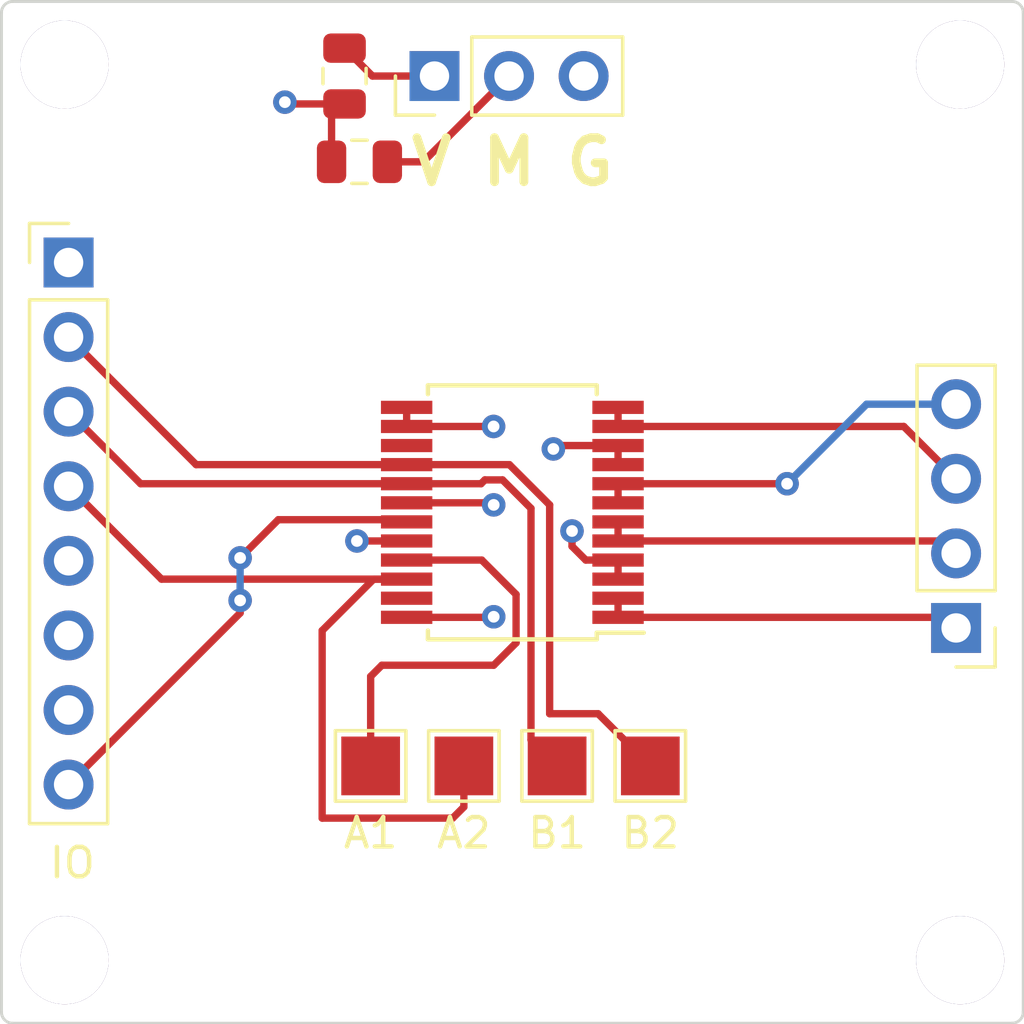
<source format=kicad_pcb>
(kicad_pcb (version 20211014) (generator pcbnew)
  (layers (0 "F.Cu" signal) (1 "In1.Cu" power) (2 "In2.Cu" power) (31 "B.Cu" signal) (34 "B.Paste" user) (35 "F.Paste" user) (36 "B.SilkS" user "B.Silkscreen") (37 "F.SilkS" user "F.Silkscreen") (38 "B.Mask" user) (39 "F.Mask" user) (44 "Edge.Cuts" user))
  (net 0 "")
  (net 1 "VCC")
  (net 2 "GND")
  (net 3 "VDD")
  (net 5 "Net-(J1-Pad2)")
  (net 6 "Net-(J1-Pad3)")
  (net 7 "Net-(J1-Pad4)")
  (net 8 "Net-(J1-Pad5)")
  (net 9 "Net-(J1-Pad6)")
  (net 10 "Net-(J1-Pad7)")
  (net 11 "Net-(J1-Pad8)")
  (net 12 "Net-(U1-Pad1)")
  (net 13 "Net-(U1-Pad5)")
  (net 14 "Net-(U1-Pad11)")
  (net 15 "Net-(U1-Pad7)")
  (net 16 "Net-(U1-Pad21)")
  (net 17 "Net-(U1-Pad15)")
  (net 18 "Net-(U1-Pad23)")
  (footprint "TestPoint:TestPoint_Pad_2.0x2.0mm" (layer "F.Cu") (at 177.673 104.648)
    (fp_text reference "TP1" hide)
    (fp_text value "A1" (at 0 2.286) (layer "F.SilkS"))
    (fp_line (start -1.2 1.2) (end -1.2 -1.2) (layer "F.SilkS") (width 0.12))
    (fp_line (start -1.2 -1.2) (end 1.2 -1.2) (layer "F.SilkS") (width 0.12))
    (fp_line (start 1.2 1.2) (end -1.2 1.2) (layer "F.SilkS") (width 0.12))
    (fp_line (start 1.2 -1.2) (end 1.2 1.2) (layer "F.SilkS") (width 0.12))
    (pad "1" smd rect (at 0 0) (size 2 2) (layers "F.Cu" "F.Mask") (net 16 "Net-(U1-Pad21)"))
  )
  (footprint "Capacitor_SMD:C_0805_2012Metric" (layer "F.Cu") (at 176.784 81.153 -90)
    (fp_text reference "C1" hide)
    (fp_text value "10uF")
    (fp_line (start -0.261252 0.735) (end 0.261252 0.735) (layer "F.SilkS") (width 0.12))
    (fp_line (start -0.261252 -0.735) (end 0.261252 -0.735) (layer "F.SilkS") (width 0.12))
    (pad "1" smd roundrect (at -0.95 0 270) (size 1 1.45) (layers "F.Cu" "F.Paste" "F.Mask") (net 1 "VCC"))
    (pad "2" smd roundrect (at 0.95 0 270) (size 1 1.45) (layers "F.Cu" "F.Paste" "F.Mask") (net 2 "GND"))
  )
  (footprint "TestPoint:TestPoint_Pad_2.0x2.0mm" (layer "F.Cu") (at 180.848 104.648)
    (fp_text reference "TP2" hide)
    (fp_text value "A2" (at 0 2.286) (layer "F.SilkS"))
    (fp_line (start 1.2 1.2) (end -1.2 1.2) (layer "F.SilkS") (width 0.12))
    (fp_line (start 1.2 -1.2) (end 1.2 1.2) (layer "F.SilkS") (width 0.12))
    (fp_line (start -1.2 1.2) (end -1.2 -1.2) (layer "F.SilkS") (width 0.12))
    (fp_line (start -1.2 -1.2) (end 1.2 -1.2) (layer "F.SilkS") (width 0.12))
    (pad "1" smd rect (at 0 0) (size 2 2) (layers "F.Cu" "F.Mask") (net 7 "Net-(J1-Pad4)"))
  )
  (footprint "TestPoint:TestPoint_Pad_2.0x2.0mm" (layer "F.Cu") (at 187.198 104.648)
    (fp_text reference "TP4" hide)
    (fp_text value "B2" (at 0 2.286) (layer "F.SilkS"))
    (fp_line (start 1.2 1.2) (end -1.2 1.2) (layer "F.SilkS") (width 0.12))
    (fp_line (start 1.2 -1.2) (end 1.2 1.2) (layer "F.SilkS") (width 0.12))
    (fp_line (start -1.2 -1.2) (end 1.2 -1.2) (layer "F.SilkS") (width 0.12))
    (fp_line (start -1.2 1.2) (end -1.2 -1.2) (layer "F.SilkS") (width 0.12))
    (pad "1" smd rect (at 0 0) (size 2 2) (layers "F.Cu" "F.Mask") (net 5 "Net-(J1-Pad2)"))
  )
  (footprint "drone:mounting_holes_30.5mm" (layer "F.Cu") (at 182.499 96.012)
    (fp_text reference "REF**" hide)
    (fp_text value "mounting_holes_30.5mm" hide)
    (pad "1" thru_hole circle (at -15.25 -15.25) (size 3 3) (drill 3) (layers *.Cu *.Mask))
    (pad "2" thru_hole circle (at 15.25 -15.25) (size 3 3) (drill 3) (layers *.Cu *.Mask))
    (pad "3" thru_hole circle (at -15.25 15.25) (size 3 3) (drill 3) (layers *.Cu *.Mask))
    (pad "4" thru_hole circle (at 15.25 15.25) (size 3 3) (drill 3) (layers *.Cu *.Mask))
  )
  (footprint "Connector_PinHeader_2.54mm:PinHeader_1x04_P2.54mm_Vertical" (layer "F.Cu") (at 197.612 99.949 180)
    (fp_text reference "J3" hide)
    (fp_text value "Conn_01x04" hide)
    (fp_line (start 1.33 1.27) (end 1.33 8.95) (layer "F.SilkS") (width 0.12))
    (fp_line (start -1.33 1.27) (end 1.33 1.27) (layer "F.SilkS") (width 0.12))
    (fp_line (start -1.33 1.27) (end -1.33 8.95) (layer "F.SilkS") (width 0.12))
    (fp_line (start -1.33 8.95) (end 1.33 8.95) (layer "F.SilkS") (width 0.12))
    (fp_line (start -1.33 -1.33) (end 0 -1.33) (layer "F.SilkS") (width 0.12))
    (fp_line (start -1.33 0) (end -1.33 -1.33) (layer "F.SilkS") (width 0.12))
    (pad "1" thru_hole rect (at 0 0 180) (size 1.7 1.7) (drill 1) (layers *.Cu *.Mask) (net 12 "Net-(U1-Pad1)"))
    (pad "2" thru_hole oval (at 0 2.54 180) (size 1.7 1.7) (drill 1) (layers *.Cu *.Mask) (net 13 "Net-(U1-Pad5)"))
    (pad "3" thru_hole oval (at 0 5.08 180) (size 1.7 1.7) (drill 1) (layers *.Cu *.Mask) (net 14 "Net-(U1-Pad11)"))
    (pad "4" thru_hole oval (at 0 7.62 180) (size 1.7 1.7) (drill 1) (layers *.Cu *.Mask) (net 15 "Net-(U1-Pad7)"))
  )
  (footprint "Capacitor_SMD:C_0805_2012Metric" (layer "F.Cu") (at 177.292 84.074 180)
    (fp_text reference "C2" hide)
    (fp_text value "10uF")
    (fp_line (start -0.261252 -0.735) (end 0.261252 -0.735) (layer "F.SilkS") (width 0.12))
    (fp_line (start -0.261252 0.735) (end 0.261252 0.735) (layer "F.SilkS") (width 0.12))
    (pad "1" smd roundrect (at -0.95 0 180) (size 1 1.45) (layers "F.Cu" "F.Paste" "F.Mask") (net 3 "VDD"))
    (pad "2" smd roundrect (at 0.95 0 180) (size 1 1.45) (layers "F.Cu" "F.Paste" "F.Mask") (net 2 "GND"))
  )
  (footprint "Connector_PinHeader_2.54mm:PinHeader_1x03_P2.54mm_Vertical" (layer "F.Cu") (at 179.846999 81.153 90)
    (fp_text reference "J2" hide)
    (fp_text value "PWR" hide)
    (fp_line (start -1.33 -1.33) (end 0 -1.33) (layer "F.SilkS") (width 0.12))
    (fp_line (start 1.33 1.27) (end 1.33 6.41) (layer "F.SilkS") (width 0.12))
    (fp_line (start -1.33 6.41) (end 1.33 6.41) (layer "F.SilkS") (width 0.12))
    (fp_line (start -1.33 1.27) (end -1.33 6.41) (layer "F.SilkS") (width 0.12))
    (fp_line (start -1.33 1.27) (end 1.33 1.27) (layer "F.SilkS") (width 0.12))
    (fp_line (start -1.33 0) (end -1.33 -1.33) (layer "F.SilkS") (width 0.12))
    (pad "1" thru_hole rect (at 0 0 90) (size 1.7 1.7) (drill 1) (layers *.Cu *.Mask) (net 1 "VCC"))
    (pad "2" thru_hole oval (at 0 2.54 90) (size 1.7 1.7) (drill 1) (layers *.Cu *.Mask) (net 3 "VDD"))
    (pad "3" thru_hole oval (at 0 5.08 90) (size 1.7 1.7) (drill 1) (layers *.Cu *.Mask) (net 2 "GND"))
  )
  (footprint "Package_SO:SSOP-24_5.3x8.2mm_P0.65mm" (layer "F.Cu") (at 182.499 96.012 180)
    (fp_text reference "U1" hide)
    (fp_text value "TB6612FNG")
    (fp_line (start -2.875 -4.325) (end -2.875 -4.1) (layer "F.SilkS") (width 0.15))
    (fp_line (start 2.875 4.325) (end 2.875 4.025) (layer "F.SilkS") (width 0.15))
    (fp_line (start -2.875 4.325) (end 2.875 4.325) (layer "F.SilkS") (width 0.15))
    (fp_line (start -2.875 -4.1) (end -4.475 -4.1) (layer "F.SilkS") (width 0.15))
    (fp_line (start 2.875 -4.325) (end 2.875 -4.025) (layer "F.SilkS") (width 0.15))
    (fp_line (start -2.875 -4.325) (end 2.875 -4.325) (layer "F.SilkS") (width 0.15))
    (fp_line (start -2.875 4.325) (end -2.875 4.025) (layer "F.SilkS") (width 0.15))
    (pad "1" smd rect (at -3.6 -3.575 180) (size 1.75 0.45) (layers "F.Cu" "F.Paste" "F.Mask") (net 12 "Net-(U1-Pad1)"))
    (pad "2" smd rect (at -3.6 -2.925 180) (size 1.75 0.45) (layers "F.Cu" "F.Paste" "F.Mask") (net 12 "Net-(U1-Pad1)"))
    (pad "3" smd rect (at -3.6 -2.275 180) (size 1.75 0.45) (layers "F.Cu" "F.Paste" "F.Mask") (net 2 "GND"))
    (pad "4" smd rect (at -3.6 -1.625 180) (size 1.75 0.45) (layers "F.Cu" "F.Paste" "F.Mask") (net 2 "GND"))
    (pad "5" smd rect (at -3.6 -0.975 180) (size 1.75 0.45) (layers "F.Cu" "F.Paste" "F.Mask") (net 13 "Net-(U1-Pad5)"))
    (pad "6" smd rect (at -3.6 -0.325 180) (size 1.75 0.45) (layers "F.Cu" "F.Paste" "F.Mask") (net 13 "Net-(U1-Pad5)"))
    (pad "7" smd rect (at -3.6 0.325 180) (size 1.75 0.45) (layers "F.Cu" "F.Paste" "F.Mask") (net 15 "Net-(U1-Pad7)"))
    (pad "8" smd rect (at -3.6 0.975 180) (size 1.75 0.45) (layers "F.Cu" "F.Paste" "F.Mask") (net 15 "Net-(U1-Pad7)"))
    (pad "9" smd rect (at -3.6 1.625 180) (size 1.75 0.45) (layers "F.Cu" "F.Paste" "F.Mask") (net 2 "GND"))
    (pad "10" smd rect (at -3.6 2.275 180) (size 1.75 0.45) (layers "F.Cu" "F.Paste" "F.Mask") (net 2 "GND"))
    (pad "11" smd rect (at -3.6 2.925 180) (size 1.75 0.45) (layers "F.Cu" "F.Paste" "F.Mask") (net 14 "Net-(U1-Pad11)"))
    (pad "12" smd rect (at -3.6 3.575 180) (size 1.75 0.45) (layers "F.Cu" "F.Paste" "F.Mask") (net 14 "Net-(U1-Pad11)"))
    (pad "13" smd rect (at 3.6 3.575 180) (size 1.75 0.45) (layers "F.Cu" "F.Paste" "F.Mask") (net 3 "VDD"))
    (pad "14" smd rect (at 3.6 2.925 180) (size 1.75 0.45) (layers "F.Cu" "F.Paste" "F.Mask") (net 3 "VDD"))
    (pad "15" smd rect (at 3.6 2.275 180) (size 1.75 0.45) (layers "F.Cu" "F.Paste" "F.Mask") (net 17 "Net-(U1-Pad15)"))
    (pad "16" smd rect (at 3.6 1.625 180) (size 1.75 0.45) (layers "F.Cu" "F.Paste" "F.Mask") (net 5 "Net-(J1-Pad2)"))
    (pad "17" smd rect (at 3.6 0.975 180) (size 1.75 0.45) (layers "F.Cu" "F.Paste" "F.Mask") (net 6 "Net-(J1-Pad3)"))
    (pad "18" smd rect (at 3.6 0.325 180) (size 1.75 0.45) (layers "F.Cu" "F.Paste" "F.Mask") (net 2 "GND"))
    (pad "19" smd rect (at 3.6 -0.325 180) (size 1.75 0.45) (layers "F.Cu" "F.Paste" "F.Mask") (net 11 "Net-(J1-Pad8)"))
    (pad "20" smd rect (at 3.6 -0.975 180) (size 1.75 0.45) (layers "F.Cu" "F.Paste" "F.Mask") (net 1 "VCC"))
    (pad "21" smd rect (at 3.6 -1.625 180) (size 1.75 0.45) (layers "F.Cu" "F.Paste" "F.Mask") (net 16 "Net-(U1-Pad21)"))
    (pad "22" smd rect (at 3.6 -2.275 180) (size 1.75 0.45) (layers "F.Cu" "F.Paste" "F.Mask") (net 7 "Net-(J1-Pad4)"))
    (pad "23" smd rect (at 3.6 -2.925 180) (size 1.75 0.45) (layers "F.Cu" "F.Paste" "F.Mask") (net 18 "Net-(U1-Pad23)"))
    (pad "24" smd rect (at 3.6 -3.575 180) (size 1.75 0.45) (layers "F.Cu" "F.Paste" "F.Mask") (net 3 "VDD"))
  )
  (footprint "TestPoint:TestPoint_Pad_2.0x2.0mm" (layer "F.Cu") (at 184.023 104.648)
    (fp_text reference "TP3" hide)
    (fp_text value "B1" (at 0 2.286) (layer "F.SilkS"))
    (fp_line (start -1.2 1.2) (end -1.2 -1.2) (layer "F.SilkS") (width 0.12))
    (fp_line (start 1.2 -1.2) (end 1.2 1.2) (layer "F.SilkS") (width 0.12))
    (fp_line (start 1.2 1.2) (end -1.2 1.2) (layer "F.SilkS") (width 0.12))
    (fp_line (start -1.2 -1.2) (end 1.2 -1.2) (layer "F.SilkS") (width 0.12))
    (pad "1" smd rect (at 0 0) (size 2 2) (layers "F.Cu" "F.Mask") (net 6 "Net-(J1-Pad3)"))
  )
  (footprint "Connector_PinHeader_2.54mm:PinHeader_1x08_P2.54mm_Vertical" (layer "F.Cu") (at 167.386 87.503)
    (fp_text reference "IO" hide)
    (fp_text value "IO")
    (fp_text user "${REFERENCE}" (at 0.127 20.447) (layer "F.SilkS"))
    (fp_line (start -1.33 1.27) (end -1.33 19.11) (layer "F.SilkS") (width 0.12))
    (fp_line (start -1.33 0) (end -1.33 -1.33) (layer "F.SilkS") (width 0.12))
    (fp_line (start 1.33 1.27) (end 1.33 19.11) (layer "F.SilkS") (width 0.12))
    (fp_line (start -1.33 19.11) (end 1.33 19.11) (layer "F.SilkS") (width 0.12))
    (fp_line (start -1.33 -1.33) (end 0 -1.33) (layer "F.SilkS") (width 0.12))
    (fp_line (start -1.33 1.27) (end 1.33 1.27) (layer "F.SilkS") (width 0.12))
    (pad "1" thru_hole rect (at 0 0) (size 1.7 1.7) (drill 1) (layers *.Cu *.Mask))
    (pad "2" thru_hole oval (at 0 2.54) (size 1.7 1.7) (drill 1) (layers *.Cu *.Mask) (net 5 "Net-(J1-Pad2)"))
    (pad "3" thru_hole oval (at 0 5.08) (size 1.7 1.7) (drill 1) (layers *.Cu *.Mask) (net 6 "Net-(J1-Pad3)"))
    (pad "4" thru_hole oval (at 0 7.62) (size 1.7 1.7) (drill 1) (layers *.Cu *.Mask) (net 7 "Net-(J1-Pad4)"))
    (pad "5" thru_hole oval (at 0 10.16) (size 1.7 1.7) (drill 1) (layers *.Cu *.Mask) (net 8 "Net-(J1-Pad5)"))
    (pad "6" thru_hole oval (at 0 12.7) (size 1.7 1.7) (drill 1) (layers *.Cu *.Mask) (net 9 "Net-(J1-Pad6)"))
    (pad "7" thru_hole oval (at 0 15.24) (size 1.7 1.7) (drill 1) (layers *.Cu *.Mask) (net 10 "Net-(J1-Pad7)"))
    (pad "8" thru_hole oval (at 0 17.78) (size 1.7 1.7) (drill 1) (layers *.Cu *.Mask) (net 11 "Net-(J1-Pad8)"))
  )
  (gr_arc (start 199.517 78.613) (mid 199.786408 78.724592) (end 199.898 78.994) (layer "Edge.Cuts") (width 0.1))
  (gr_arc (start 165.1 78.994) (mid 165.211592 78.724592) (end 165.481 78.613) (layer "Edge.Cuts") (width 0.1))
  (gr_arc (start 199.898 113.03) (mid 199.786408 113.299408) (end 199.517 113.411) (layer "Edge.Cuts") (width 0.1))
  (gr_line (start 165.1 78.994) (end 165.1 113.03) (layer "Edge.Cuts") (width 0.1))
  (gr_line (start 165.481 113.411) (end 199.517 113.411) (layer "Edge.Cuts") (width 0.1))
  (gr_arc (start 165.481 113.411) (mid 165.211592 113.299408) (end 165.1 113.03) (layer "Edge.Cuts") (width 0.1))
  (gr_line (start 199.898 113.03) (end 199.898 78.994) (layer "Edge.Cuts") (width 0.1))
  (gr_line (start 199.517 78.613) (end 165.481 78.613) (layer "Edge.Cuts") (width 0.1))
  (gr_text "V M G" (at 182.499 84.074) (layer "F.SilkS") (effects (font (size 1.5 1.5) (thickness 0.3))))
  (segment (start 176.784 80.203) (end 177.734 81.153) (width 0.25) (layer "F.Cu") (net 1))
  (segment (start 178.899 96.987) (end 177.206 96.987) (width 0.25) (layer "F.Cu") (net 1))
  (segment (start 177.734 81.153) (end 179.846999 81.153) (width 0.25) (layer "F.Cu") (net 1))
  (via (at 177.206 96.987) (size 0.8) (drill 0.4) (layers "F.Cu" "B.Cu") (net 1))
  (segment (start 184.531 97.168022) (end 184.531 96.647) (width 0.25) (layer "F.Cu") (net 2))
  (segment (start 184.012 93.737) (end 183.896 93.853) (width 0.25) (layer "F.Cu") (net 2))
  (segment (start 184.531 97.028) (end 184.531 96.647) (width 0.25) (layer "F.Cu") (net 2))
  (segment (start 186.099 97.637) (end 186.099 98.287) (width 0.25) (layer "F.Cu") (net 2))
  (segment (start 176.342 82.545) (end 176.784 82.103) (width 0.25) (layer "F.Cu") (net 2))
  (segment (start 178.899 95.687) (end 181.808 95.687) (width 0.25) (layer "F.Cu") (net 2))
  (segment (start 186.099 97.637) (end 184.999978 97.637) (width 0.25) (layer "F.Cu") (net 2))
  (segment (start 186.099 93.737) (end 186.099 94.387) (width 0.25) (layer "F.Cu") (net 2))
  (segment (start 184.999978 97.637) (end 184.531 97.168022) (width 0.25) (layer "F.Cu") (net 2))
  (segment (start 186.099 93.737) (end 184.012 93.737) (width 0.25) (layer "F.Cu") (net 2))
  (segment (start 176.342 84.074) (end 176.342 82.545) (width 0.25) (layer "F.Cu") (net 2))
  (segment (start 176.784 82.103) (end 174.813 82.103) (width 0.25) (layer "F.Cu") (net 2))
  (segment (start 174.813 82.103) (end 174.752 82.042) (width 0.25) (layer "F.Cu") (net 2))
  (via (at 184.531 96.647) (size 0.8) (drill 0.4) (layers "F.Cu" "B.Cu") (net 2))
  (via (at 174.752 82.042) (size 0.8) (drill 0.4) (layers "F.Cu" "B.Cu") (net 2))
  (via (at 183.896 93.853) (size 0.8) (drill 0.4) (layers "F.Cu" "B.Cu") (net 2))
  (via (at 181.864 95.758) (size 0.8) (drill 0.4) (layers "F.Cu" "B.Cu") (net 2))
  (segment (start 181.845 99.587) (end 181.864 99.568) (width 0.25) (layer "F.Cu") (net 3))
  (segment (start 178.242 84.074) (end 179.465999 84.074) (width 0.25) (layer "F.Cu") (net 3))
  (segment (start 178.899 93.087) (end 181.86 93.087) (width 0.25) (layer "F.Cu") (net 3))
  (segment (start 178.899 92.437) (end 178.899 93.087) (width 0.25) (layer "F.Cu") (net 3))
  (segment (start 178.899 99.587) (end 181.845 99.587) (width 0.25) (layer "F.Cu") (net 3))
  (segment (start 179.465999 84.074) (end 182.386999 81.153) (width 0.25) (layer "F.Cu") (net 3))
  (via (at 181.864 99.568) (size 0.8) (drill 0.4) (layers "F.Cu" "B.Cu") (net 3))
  (via (at 181.86 93.087) (size 0.8) (drill 0.4) (layers "F.Cu" "B.Cu") (net 3))
  (segment (start 178.899 94.387) (end 182.398 94.387) (width 0.25) (layer "F.Cu") (net 5))
  (segment (start 171.73 94.387) (end 178.899 94.387) (width 0.25) (layer "F.Cu") (net 5))
  (segment (start 182.398 94.387) (end 183.769 95.758) (width 0.25) (layer "F.Cu") (net 5))
  (segment (start 183.769 102.87) (end 185.42 102.87) (width 0.25) (layer "F.Cu") (net 5))
  (segment (start 185.42 102.87) (end 187.198 104.648) (width 0.25) (layer "F.Cu") (net 5))
  (segment (start 167.386 90.043) (end 171.73 94.387) (width 0.25) (layer "F.Cu") (net 5))
  (segment (start 183.769 95.758) (end 183.769 102.87) (width 0.25) (layer "F.Cu") (net 5))
  (segment (start 181.433386 95.037) (end 181.563897 94.906489) (width 0.25) (layer "F.Cu") (net 6))
  (segment (start 181.563897 94.906489) (end 182.164103 94.906489) (width 0.25) (layer "F.Cu") (net 6))
  (segment (start 169.84 95.037) (end 178.899 95.037) (width 0.25) (layer "F.Cu") (net 6))
  (segment (start 178.899 95.037) (end 181.433386 95.037) (width 0.25) (layer "F.Cu") (net 6))
  (segment (start 183.134 95.876386) (end 183.134 103.759) (width 0.25) (layer "F.Cu") (net 6))
  (segment (start 167.386 92.583) (end 169.84 95.037) (width 0.25) (layer "F.Cu") (net 6))
  (segment (start 183.134 103.759) (end 184.023 104.648) (width 0.25) (layer "F.Cu") (net 6))
  (segment (start 182.164103 94.906489) (end 183.134 95.876386) (width 0.25) (layer "F.Cu") (net 6))
  (segment (start 167.386 95.123) (end 170.55 98.287) (width 0.25) (layer "F.Cu") (net 7))
  (segment (start 177.774 98.287) (end 176.022 100.039) (width 0.25) (layer "F.Cu") (net 7))
  (segment (start 180.848 106.045) (end 180.848 104.648) (width 0.25) (layer "F.Cu") (net 7))
  (segment (start 180.467 106.426) (end 180.848 106.045) (width 0.25) (layer "F.Cu") (net 7))
  (segment (start 178.899 98.287) (end 177.774 98.287) (width 0.25) (layer "F.Cu") (net 7))
  (segment (start 176.022 106.426) (end 180.467 106.426) (width 0.25) (layer "F.Cu") (net 7))
  (segment (start 170.55 98.287) (end 178.899 98.287) (width 0.25) (layer "F.Cu") (net 7))
  (segment (start 176.022 100.039) (end 176.022 106.426) (width 0.25) (layer "F.Cu") (net 7))
  (segment (start 173.228 97.5625) (end 174.528011 96.262489) (width 0.25) (layer "F.Cu") (net 11))
  (segment (start 167.386 105.283) (end 173.228 99.441) (width 0.25) (layer "F.Cu") (net 11))
  (segment (start 174.528011 96.262489) (end 178.824489 96.262489) (width 0.25) (layer "F.Cu") (net 11))
  (segment (start 173.228 99.441) (end 173.228 99.0115) (width 0.25) (layer "F.Cu") (net 11))
  (segment (start 178.824489 96.262489) (end 178.899 96.337) (width 0.25) (layer "F.Cu") (net 11))
  (via (at 173.228 99.0115) (size 0.8) (drill 0.4) (layers "F.Cu" "B.Cu") (net 11))
  (via (at 173.228 97.5625) (size 0.8) (drill 0.4) (layers "F.Cu" "B.Cu") (net 11))
  (segment (start 173.228 99.0115) (end 173.228 97.5625) (width 0.25) (layer "B.Cu") (net 11))
  (segment (start 186.099 98.937) (end 186.099 99.587) (width 0.25) (layer "F.Cu") (net 12))
  (segment (start 197.25 99.587) (end 197.612 99.949) (width 0.25) (layer "F.Cu") (net 12))
  (segment (start 186.099 99.587) (end 197.25 99.587) (width 0.25) (layer "F.Cu") (net 12))
  (segment (start 197.19 96.987) (end 197.612 97.409) (width 0.25) (layer "F.Cu") (net 13))
  (segment (start 186.099 96.337) (end 186.099 96.987) (width 0.25) (layer "F.Cu") (net 13))
  (segment (start 186.099 96.987) (end 197.19 96.987) (width 0.25) (layer "F.Cu") (net 13))
  (segment (start 186.099 92.437) (end 186.099 93.087) (width 0.25) (layer "F.Cu") (net 14))
  (segment (start 186.099 93.087) (end 195.83 93.087) (width 0.25) (layer "F.Cu") (net 14))
  (segment (start 195.83 93.087) (end 197.612 94.869) (width 0.25) (layer "F.Cu") (net 14))
  (segment (start 186.099 95.037) (end 191.856 95.037) (width 0.25) (layer "F.Cu") (net 15))
  (segment (start 186.099 95.037) (end 186.099 95.687) (width 0.25) (layer "F.Cu") (net 15))
  (via (at 191.856 95.037) (size 0.8) (drill 0.4) (layers "F.Cu" "B.Cu") (net 15))
  (segment (start 194.564 92.329) (end 197.612 92.329) (width 0.25) (layer "B.Cu") (net 15))
  (segment (start 191.856 95.037) (end 194.564 92.329) (width 0.25) (layer "B.Cu") (net 15))
  (segment (start 181.864 101.219) (end 178.054 101.219) (width 0.25) (layer "F.Cu") (net 16))
  (segment (start 178.054 101.219) (end 177.673 101.6) (width 0.25) (layer "F.Cu") (net 16))
  (segment (start 182.626 100.457) (end 181.864 101.219) (width 0.25) (layer "F.Cu") (net 16))
  (segment (start 178.899 97.637) (end 181.457 97.637) (width 0.25) (layer "F.Cu") (net 16))
  (segment (start 181.457 97.637) (end 182.626 98.806) (width 0.25) (layer "F.Cu") (net 16))
  (segment (start 182.626 98.806) (end 182.626 100.457) (width 0.25) (layer "F.Cu") (net 16))
  (segment (start 177.673 101.6) (end 177.673 104.648) (width 0.25) (layer "F.Cu") (net 16))
)
</source>
